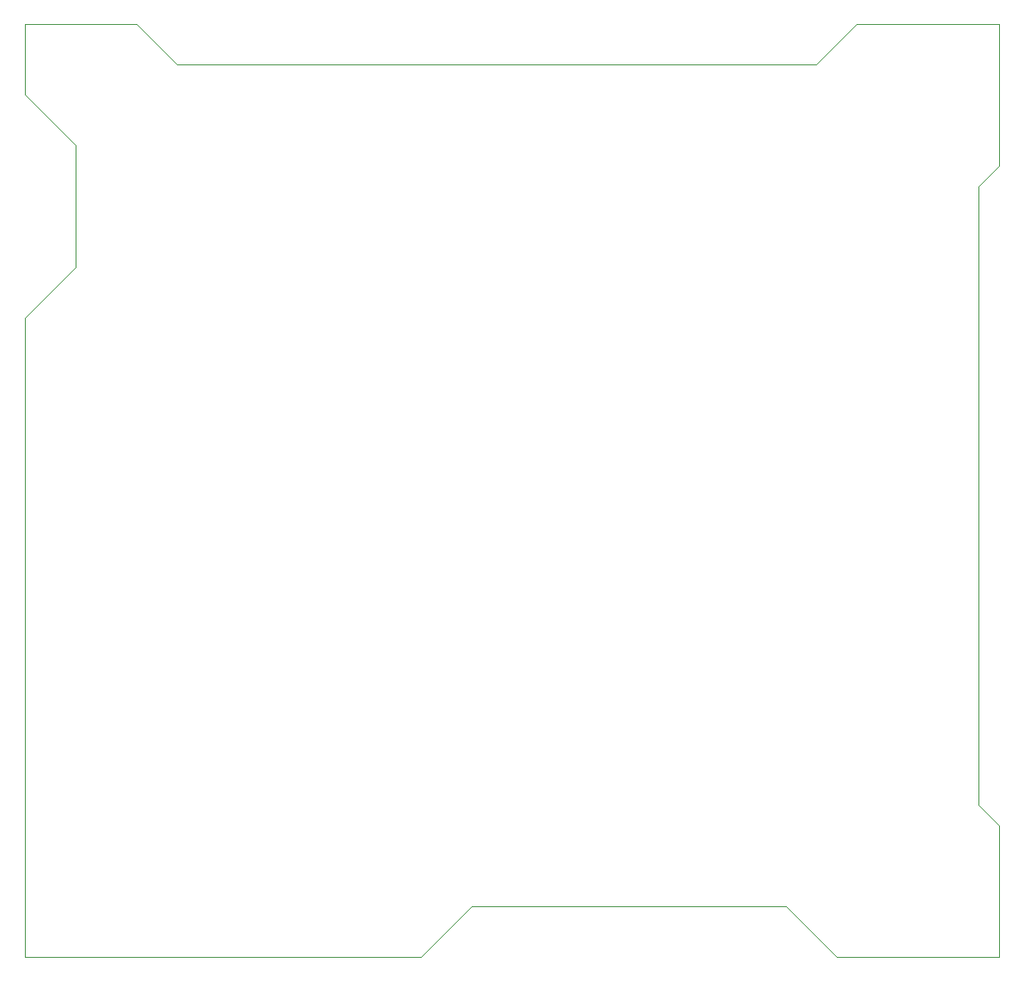
<source format=gbr>
G04 #@! TF.FileFunction,Profile,NP*
%FSLAX46Y46*%
G04 Gerber Fmt 4.6, Leading zero omitted, Abs format (unit mm)*
G04 Created by KiCad (PCBNEW (2015-04-08 BZR 5585)-product) date Tue 26 Apr 2016 05:59:57 PM CLT*
%MOMM*%
G01*
G04 APERTURE LIST*
%ADD10C,0.100000*%
G04 APERTURE END LIST*
D10*
X93000000Y-142000000D02*
X124000000Y-142000000D01*
X145000000Y-69000000D02*
X145000000Y-55000000D01*
X143000000Y-71000000D02*
X145000000Y-69000000D01*
X143000000Y-132000000D02*
X143000000Y-71000000D01*
X145000000Y-134000000D02*
X143000000Y-132000000D01*
X145000000Y-147000000D02*
X145000000Y-134000000D01*
X129000000Y-147000000D02*
X145000000Y-147000000D01*
X124000000Y-142000000D02*
X129000000Y-147000000D01*
X88000000Y-147000000D02*
X93000000Y-142000000D01*
X49000000Y-147000000D02*
X88000000Y-147000000D01*
X49000000Y-84000000D02*
X49000000Y-147000000D01*
X54000000Y-79000000D02*
X49000000Y-84000000D01*
X54000000Y-67000000D02*
X54000000Y-79000000D01*
X49000000Y-62000000D02*
X54000000Y-67000000D01*
X49000000Y-55000000D02*
X49000000Y-62000000D01*
X60000000Y-55000000D02*
X49000000Y-55000000D01*
X64000000Y-59000000D02*
X60000000Y-55000000D01*
X127000000Y-59000000D02*
X64000000Y-59000000D01*
X131000000Y-55000000D02*
X127000000Y-59000000D01*
X145000000Y-55000000D02*
X131000000Y-55000000D01*
M02*

</source>
